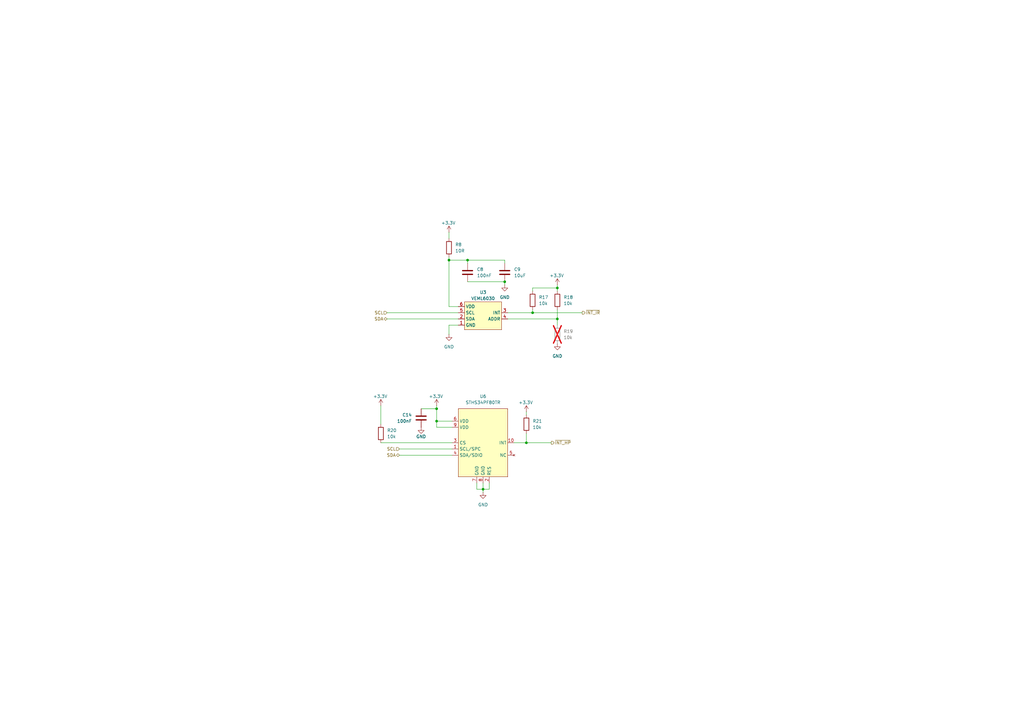
<source format=kicad_sch>
(kicad_sch (version 20231120) (generator "eeschema") (generator_version "8.0")
  (paper "A3")
  (title_block (title "Porto - Butterfly") (date "2025-02-15") (rev "v2.0"))
  (lib_symbols
    (symbol "Device:C" (pin_numbers hide) (pin_names (offset 0.254))
      (property "Reference" "C" (at 0.635 2.54 0))
      (property "Value" "C" (at 0.635 -2.54 0))
      (symbol "C_0_1"
        (polyline (pts (xy -2.032 -0.762) (xy 2.032 -0.762)) (stroke (width 0.508)))
        (polyline (pts (xy -2.032 0.762) (xy 2.032 0.762)) (stroke (width 0.508)))
      )
      (symbol "C_1_1"
        (pin passive line (at 0 3.81 270) (length 2.794) (name "~") (number "1"))
        (pin passive line (at 0 -3.81 90) (length 2.794) (name "~") (number "2"))
      )
    )
    (symbol "Device:R" (pin_numbers hide) (pin_names (offset 0))
      (property "Reference" "R" (at 2.032 0 90))
      (property "Value" "R" (at 0 0 90))
      (symbol "R_0_1"
        (rectangle (start -1.016 -2.54) (end 1.016 2.54) (stroke (width 0.254)))
      )
      (symbol "R_1_1"
        (pin passive line (at 0 3.81 270) (length 1.27) (name "~") (number "1"))
        (pin passive line (at 0 -3.81 90) (length 1.27) (name "~") (number "2"))
      )
    )
    (symbol "butterfly-schematic-libs:STHS34PF80TR"
      (property "Reference" "U" (at 0 22.606 0))
      (property "Value" "STHS34PF80TR" (at 0 20.32 0))
      (symbol "STHS34PF80TR_0_0"
        (pin unspecified line (at -12.7 2.54 0) (length 2.54) (name "SCL/SPC") (number "1"))
        (pin unspecified line (at 12.7 5.08 180) (length 2.54) (name "INT") (number "10"))
        (pin unspecified line (at 2.54 -11.43 90) (length 2.54) (name "RES") (number "2"))
        (pin unspecified line (at -12.7 5.08 0) (length 2.54) (name "CS") (number "3"))
        (pin unspecified line (at -12.7 0 0) (length 2.54) (name "SDA/SDIO") (number "4"))
        (pin unspecified line (at -12.7 13.97 0) (length 2.54) (name "VDD") (number "6"))
        (pin unspecified line (at -2.54 -11.43 90) (length 2.54) (name "GND") (number "7"))
        (pin unspecified line (at 0 -11.43 90) (length 2.54) (name "GND") (number "8"))
        (pin unspecified line (at -12.7 11.43 0) (length 2.54) (name "VDD") (number "9"))
      )
      (symbol "STHS34PF80TR_1_0"
        (pin no_connect line (at 12.7 0 180) (length 2.54) (name "NC") (number "5"))
      )
      (symbol "STHS34PF80TR_1_1"
        (rectangle (start -10.16 19.05) (end 10.16 -8.89) (fill (type background)))
      )
    )
    (symbol "butterfly-schematic-libs:VEML6030"
      (property "Reference" "U" (at 0 6.858 0))
      (property "Value" "VEML6030" (at 0 -8.128 0))
      (symbol "VEML6030_0_0"
        (pin unspecified line (at -10.16 -3.81 0) (length 2.54) (name "GND") (number "1"))
        (pin unspecified line (at -10.16 -1.27 0) (length 2.54) (name "SDA") (number "2"))
        (pin unspecified line (at 10.16 1.27 180) (length 2.54) (name "INT") (number "3"))
        (pin unspecified line (at 10.16 -1.27 180) (length 2.54) (name "ADDR") (number "4"))
        (pin unspecified line (at -10.16 1.27 0) (length 2.54) (name "SCL") (number "5"))
        (pin unspecified line (at -10.16 3.81 0) (length 2.54) (name "VDD") (number "6"))
      )
      (symbol "VEML6030_1_1"
        (rectangle (start -7.62 5.715) (end 7.62 -5.715) (fill (type background)))
      )
    )
    (symbol "power:+3.3V" (power) (pin_numbers hide) (pin_names (offset 0) hide)
      (property "Value" "+3.3V" (at 0 3.556 0))
      (symbol "+3.3V_0_1"
        (polyline (pts (xy -0.762 1.27) (xy 0 2.54)))
        (polyline (pts (xy 0 0) (xy 0 2.54)))
        (polyline (pts (xy 0 2.54) (xy 0.762 1.27)))
      )
      (symbol "+3.3V_1_1"
        (pin power_in line (at 0 0 90) (length 0) (name "~") (number "1"))
      )
    )
    (symbol "power:GND" (power) (pin_numbers hide) (pin_names (offset 0) hide)
      (property "Value" "GND" (at 0 -3.81 0))
      (symbol "GND_0_1"
        (polyline (pts (xy 0 0) (xy 0 -1.27) (xy 1.27 -1.27) (xy 0 -2.54) (xy -1.27 -1.27) (xy 0 -1.27)))
      )
      (symbol "GND_1_1"
        (pin power_in line (at 0 0 270) (length 0) (name "~") (number "1"))
      )
    )
  )
  (junction (at 207.01 115.57))
  (junction (at 179.07 167.64))
  (junction (at 191.77 106.68))
  (junction (at 179.07 172.72))
  (junction (at 184.15 106.68))
  (junction (at 228.6 130.81))
  (junction (at 215.9 181.61))
  (junction (at 218.44 128.27))
  (junction (at 198.12 200.66))
  (junction (at 228.6 118.11))
  (wire (pts (xy 158.75 130.81) (xy 187.96 130.81)))
  (wire (pts (xy 207.01 115.57) (xy 191.77 115.57)))
  (wire (pts (xy 207.01 116.84) (xy 207.01 115.57)))
  (wire (pts (xy 191.77 106.68) (xy 184.15 106.68)))
  (wire (pts (xy 195.58 198.12) (xy 195.58 200.66)))
  (wire (pts (xy 179.07 172.72) (xy 185.42 172.72)))
  (wire (pts (xy 207.01 107.95) (xy 207.01 106.68)))
  (wire (pts (xy 200.66 200.66) (xy 200.66 198.12)))
  (wire (pts (xy 184.15 125.73) (xy 187.96 125.73)))
  (wire (pts (xy 228.6 130.81) (xy 228.6 133.35)))
  (wire (pts (xy 210.82 181.61) (xy 215.9 181.61)))
  (wire (pts (xy 215.9 181.61) (xy 226.06 181.61)))
  (wire (pts (xy 156.21 166.37) (xy 156.21 173.99)))
  (wire (pts (xy 184.15 105.41) (xy 184.15 106.68)))
  (wire (pts (xy 198.12 200.66) (xy 200.66 200.66)))
  (wire (pts (xy 156.21 181.61) (xy 185.42 181.61)))
  (wire (pts (xy 195.58 200.66) (xy 198.12 200.66)))
  (wire (pts (xy 184.15 95.25) (xy 184.15 97.79)))
  (wire (pts (xy 198.12 198.12) (xy 198.12 200.66)))
  (wire (pts (xy 179.07 172.72) (xy 179.07 175.26)))
  (wire (pts (xy 191.77 106.68) (xy 191.77 107.95)))
  (wire (pts (xy 179.07 167.64) (xy 179.07 172.72)))
  (wire (pts (xy 228.6 127) (xy 228.6 130.81)))
  (wire (pts (xy 218.44 118.11) (xy 228.6 118.11)))
  (wire (pts (xy 208.28 130.81) (xy 228.6 130.81)))
  (wire (pts (xy 218.44 128.27) (xy 238.76 128.27)))
  (wire (pts (xy 163.83 186.69) (xy 185.42 186.69)))
  (wire (pts (xy 215.9 177.8) (xy 215.9 181.61)))
  (wire (pts (xy 184.15 106.68) (xy 184.15 125.73)))
  (wire (pts (xy 158.75 128.27) (xy 187.96 128.27)))
  (wire (pts (xy 191.77 106.68) (xy 207.01 106.68)))
  (wire (pts (xy 198.12 200.66) (xy 198.12 201.93)))
  (wire (pts (xy 218.44 119.38) (xy 218.44 118.11)))
  (wire (pts (xy 184.15 133.35) (xy 184.15 137.16)))
  (wire (pts (xy 208.28 128.27) (xy 218.44 128.27)))
  (wire (pts (xy 228.6 119.38) (xy 228.6 118.11)))
  (wire (pts (xy 172.72 167.64) (xy 179.07 167.64)))
  (wire (pts (xy 228.6 118.11) (xy 228.6 116.84)))
  (wire (pts (xy 163.83 184.15) (xy 185.42 184.15)))
  (wire (pts (xy 187.96 133.35) (xy 184.15 133.35)))
  (wire (pts (xy 179.07 166.37) (xy 179.07 167.64)))
  (wire (pts (xy 179.07 175.26) (xy 185.42 175.26)))
  (wire (pts (xy 218.44 127) (xy 218.44 128.27)))
  (wire (pts (xy 215.9 168.91) (xy 215.9 170.18)))
  (hierarchical_label "~{INT_HP}" (shape output) (at 226.06 181.61 0))
  (hierarchical_label "SCL" (shape input) (at 158.75 128.27 180))
  (hierarchical_label "~{INT_IR}" (shape output) (at 238.76 128.27 0))
  (hierarchical_label "SDA" (shape bidirectional) (at 158.75 130.81 180))
  (hierarchical_label "SCL" (shape input) (at 163.83 184.15 180))
  (hierarchical_label "SDA" (shape bidirectional) (at 163.83 186.69 180))
  (symbol (lib_id "power:GND") (at 228.6 140.97 0) (unit 1)
    (property "Reference" "#PWR030" (effects (hide yes)))
    (property "Value" "GND" (at 228.6 146.05 0))
    (property "Description" "Power symbol creates a global label with name \"GND\" , ground" (effects (hide yes)))
  )
  (symbol (lib_id "power:+3.3V") (at 156.21 166.37 0) (unit 1)
    (property "Reference" "#PWR027" (effects (hide yes)))
    (property "Value" "+3.3V" (at 155.956 162.56 0))
    (property "Description" "Power symbol creates a global label with name \"+3.3V\"" (effects (hide yes)))
  )
  (symbol (lib_id "power:GND") (at 184.15 137.16 0) (unit 1)
    (property "Reference" "#PWR024" (effects (hide yes)))
    (property "Value" "GND" (at 184.15 142.24 0))
    (property "Description" "Power symbol creates a global label with name \"GND\" , ground" (effects (hide yes)))
  )
  (symbol (lib_id "power:+3.3V") (at 184.15 95.25 0) (unit 1)
    (property "Reference" "#PWR018" (effects (hide yes)))
    (property "Value" "+3.3V" (at 183.896 91.44 0))
    (property "Description" "Power symbol creates a global label with name \"+3.3V\"" (effects (hide yes)))
  )
  (symbol (lib_id "power:+3.3V") (at 228.6 116.84 0) (unit 1)
    (property "Reference" "#PWR029" (effects (hide yes)))
    (property "Value" "+3.3V" (at 228.346 113.03 0))
    (property "Description" "Power symbol creates a global label with name \"+3.3V\"" (effects (hide yes)))
  )
  (symbol (lib_id "power:+3.3V") (at 179.07 166.37 0) (unit 1)
    (property "Reference" "#PWR046" (effects (hide yes)))
    (property "Value" "+3.3V" (at 178.816 162.56 0))
    (property "Description" "Power symbol creates a global label with name \"+3.3V\"" (effects (hide yes)))
  )
  (symbol (lib_id "Device:R") (at 218.44 123.19 0) (unit 1)
    (property "Reference" "R17" (at 220.98 121.9199 0) (effects (justify left)))
    (property "Value" "10k" (at 220.98 124.4599 0) (effects (justify left)))
    (property "Footprint" "Resistor_SMD:R_0402_1005Metric_Pad0.72x0.64mm_HandSolder" (effects (hide yes)))
    (property "Description" "Resistor" (effects (hide yes)))
    (property "JLC" "C25744" (effects (hide yes)))
  )
  (symbol (lib_id "Device:R") (at 228.6 123.19 0) (unit 1)
    (property "Reference" "R18" (at 231.14 121.9199 0) (effects (justify left)))
    (property "Value" "10k" (at 231.14 124.4599 0) (effects (justify left)))
    (property "Footprint" "Resistor_SMD:R_0402_1005Metric_Pad0.72x0.64mm_HandSolder" (effects (hide yes)))
    (property "Description" "Resistor" (effects (hide yes)))
    (property "JLC" "C25744" (effects (hide yes)))
  )
  (symbol (lib_id "power:+3.3V") (at 215.9 168.91 0) (unit 1)
    (property "Reference" "#PWR049" (effects (hide yes)))
    (property "Value" "+3.3V" (at 215.646 165.1 0))
    (property "Description" "Power symbol creates a global label with name \"+3.3V\"" (effects (hide yes)))
  )
  (symbol (lib_id "Device:C") (at 172.72 171.45 0) (mirror y) (unit 1)
    (property "Reference" "C14" (at 168.91 170.1799 0) (effects (justify left)))
    (property "Value" "100nF" (at 168.91 172.7199 0) (effects (justify left)))
    (property "Footprint" "Capacitor_SMD:C_0402_1005Metric" (effects (hide yes)))
    (property "Description" "16V 100nF X7R ±10% 0402 Multilayer Ceramic Capacitors MLCC - SMD/SMT ROHS" (effects (hide yes)))
    (property "JLC" "C1525" (effects (hide yes)))
  )
  (symbol (lib_id "Device:R") (at 215.9 173.99 0) (unit 1)
    (property "Reference" "R21" (at 218.44 172.7199 0) (effects (justify left)))
    (property "Value" "10k" (at 218.44 175.2599 0) (effects (justify left)))
    (property "Footprint" "Resistor_SMD:R_0402_1005Metric_Pad0.72x0.64mm_HandSolder" (effects (hide yes)))
    (property "Description" "Resistor" (effects (hide yes)))
    (property "JLC" "C25744" (effects (hide yes)))
  )
  (symbol (lib_id "power:GND") (at 172.72 175.26 0) (unit 1)
    (property "Reference" "#PWR047" (effects (hide yes)))
    (property "Value" "GND" (at 172.72 179.07 0))
    (property "Description" "Power symbol creates a global label with name \"GND\" , ground" (effects (hide yes)))
  )
  (symbol (lib_id "Device:C") (at 191.77 111.76 0) (unit 1)
    (property "Reference" "C8" (at 195.58 110.4899 0) (effects (justify left)))
    (property "Value" "100nF" (at 195.58 113.0299 0) (effects (justify left)))
    (property "Footprint" "Capacitor_SMD:C_0402_1005Metric" (effects (hide yes)))
    (property "Description" "16V 100nF X7R ±10% 0402 Multilayer Ceramic Capacitors MLCC - SMD/SMT ROHS" (effects (hide yes)))
    (property "JLC" "C1525" (effects (hide yes)))
  )
  (symbol (lib_id "butterfly-schematic-libs:VEML6030") (at 198.12 129.54 0) (unit 1)
    (property "Reference" "U3" (at 198.12 119.888 0))
    (property "Value" "VEML6030" (at 198.12 122.428 0))
    (property "Footprint" "butterfly-footprint-libs:VEML6030" (effects (hide yes)))
    (property "Datasheet" "https://www.vishay.com/docs/84366/veml6030.pdf" (effects (hide yes)))
    (property "Description" "SMD-6P,2x2mm Ambient Light Sensors ROHS" (effects (hide yes)))
    (property "JLC" "C132182" (effects (hide yes)))
  )
  (symbol (lib_id "Device:R") (at 156.21 177.8 0) (unit 1)
    (property "Reference" "R20" (at 158.75 176.5299 0) (effects (justify left)))
    (property "Value" "10k" (at 158.75 179.0699 0) (effects (justify left)))
    (property "Footprint" "Resistor_SMD:R_0402_1005Metric_Pad0.72x0.64mm_HandSolder" (effects (hide yes)))
    (property "Description" "Resistor" (effects (hide yes)))
    (property "JLC" "C25744" (effects (hide yes)))
  )
  (symbol (lib_id "power:GND") (at 207.01 116.84 0) (mirror y) (unit 1)
    (property "Reference" "#PWR025" (effects (hide yes)))
    (property "Value" "GND" (at 207.01 121.92 0))
    (property "Description" "Power symbol creates a global label with name \"GND\" , ground" (effects (hide yes)))
  )
  (symbol (lib_id "butterfly-schematic-libs:STHS34PF80TR") (at 198.12 186.69 0) (unit 1)
    (property "Reference" "U6" (at 198.12 162.56 0))
    (property "Value" "STHS34PF80TR" (at 198.12 165.1 0))
    (property "Footprint" "butterfly-footprint-libs:STHS34PF80TR" (effects (hide yes)))
    (property "Datasheet" "https://www.st.com/resource/en/datasheet/sths34pf80.pdf" (effects (hide yes)))
    (property "Description" "Low-power, high-sensitivity infrared (IR) sensor for presence and motion detection" (effects (hide yes)))
    (property "JLC" "C5378301" (effects (hide yes)))
  )
  (symbol (lib_id "Device:R") (at 184.15 101.6 0) (unit 1)
    (property "Reference" "R8" (at 186.69 100.3299 0) (effects (justify left)))
    (property "Value" "10R" (at 186.69 102.8699 0) (effects (justify left)))
    (property "Footprint" "Resistor_SMD:R_0402_1005Metric_Pad0.72x0.64mm_HandSolder" (effects (hide yes)))
    (property "Description" "Resistor" (effects (hide yes)))
    (property "JLC" "C25077" (effects (hide yes)))
  )
  (symbol (lib_id "power:GND") (at 198.12 201.93 0) (unit 1)
    (property "Reference" "#PWR048" (effects (hide yes)))
    (property "Value" "GND" (at 198.12 207.01 0))
    (property "Description" "Power symbol creates a global label with name \"GND\" , ground" (effects (hide yes)))
  )
  (symbol (lib_id "Device:R") (at 228.6 137.16 0) (unit 1) (dnp yes)
    (property "Reference" "R19" (at 231.14 135.8899 0) (effects (justify left)))
    (property "Value" "10k" (at 231.14 138.4299 0) (effects (justify left)))
    (property "Footprint" "Resistor_SMD:R_0402_1005Metric_Pad0.72x0.64mm_HandSolder" (effects (hide yes)))
    (property "Description" "Resistor" (effects (hide yes)))
    (property "JLC" "C25744" (effects (hide yes)))
  )
  (symbol (lib_id "Device:C") (at 207.01 111.76 0) (unit 1)
    (property "Reference" "C9" (at 210.82 110.4899 0) (effects (justify left)))
    (property "Value" "10uF" (at 210.82 113.0299 0) (effects (justify left)))
    (property "Footprint" "Capacitor_SMD:C_0402_1005Metric" (effects (hide yes)))
    (property "Description" "6.3V 10uF X5R ±20% 0402 Multilayer Ceramic Capacitors MLCC - SMD/SMT ROHS" (effects (hide yes)))
    (property "JLC" "C15525" (effects (hide yes)))
  )
)
</source>
